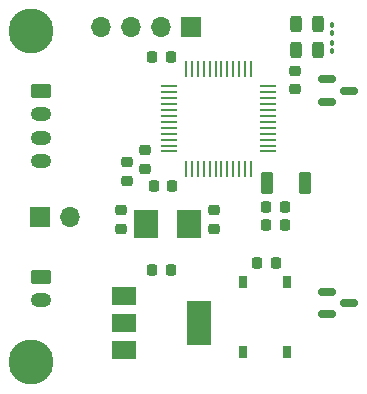
<source format=gts>
%TF.GenerationSoftware,KiCad,Pcbnew,7.0.6*%
%TF.CreationDate,2024-09-25T21:47:57-07:00*%
%TF.ProjectId,magnetic-encoder,6d61676e-6574-4696-932d-656e636f6465,0.1*%
%TF.SameCoordinates,Original*%
%TF.FileFunction,Soldermask,Top*%
%TF.FilePolarity,Negative*%
%FSLAX46Y46*%
G04 Gerber Fmt 4.6, Leading zero omitted, Abs format (unit mm)*
G04 Created by KiCad (PCBNEW 7.0.6) date 2024-09-25 21:47:57*
%MOMM*%
%LPD*%
G01*
G04 APERTURE LIST*
G04 Aperture macros list*
%AMRoundRect*
0 Rectangle with rounded corners*
0 $1 Rounding radius*
0 $2 $3 $4 $5 $6 $7 $8 $9 X,Y pos of 4 corners*
0 Add a 4 corners polygon primitive as box body*
4,1,4,$2,$3,$4,$5,$6,$7,$8,$9,$2,$3,0*
0 Add four circle primitives for the rounded corners*
1,1,$1+$1,$2,$3*
1,1,$1+$1,$4,$5*
1,1,$1+$1,$6,$7*
1,1,$1+$1,$8,$9*
0 Add four rect primitives between the rounded corners*
20,1,$1+$1,$2,$3,$4,$5,0*
20,1,$1+$1,$4,$5,$6,$7,0*
20,1,$1+$1,$6,$7,$8,$9,0*
20,1,$1+$1,$8,$9,$2,$3,0*%
G04 Aperture macros list end*
%ADD10R,1.700000X1.700000*%
%ADD11O,1.700000X1.700000*%
%ADD12C,3.800000*%
%ADD13RoundRect,0.250000X-0.625000X0.350000X-0.625000X-0.350000X0.625000X-0.350000X0.625000X0.350000X0*%
%ADD14O,1.750000X1.200000*%
%ADD15RoundRect,0.250000X0.275000X0.700000X-0.275000X0.700000X-0.275000X-0.700000X0.275000X-0.700000X0*%
%ADD16RoundRect,0.225000X0.225000X0.250000X-0.225000X0.250000X-0.225000X-0.250000X0.225000X-0.250000X0*%
%ADD17RoundRect,0.225000X-0.225000X-0.250000X0.225000X-0.250000X0.225000X0.250000X-0.225000X0.250000X0*%
%ADD18RoundRect,0.100000X-0.100000X0.130000X-0.100000X-0.130000X0.100000X-0.130000X0.100000X0.130000X0*%
%ADD19RoundRect,0.100000X0.100000X-0.130000X0.100000X0.130000X-0.100000X0.130000X-0.100000X-0.130000X0*%
%ADD20RoundRect,0.243750X0.243750X0.456250X-0.243750X0.456250X-0.243750X-0.456250X0.243750X-0.456250X0*%
%ADD21R,1.473200X0.279400*%
%ADD22R,0.279400X1.473200*%
%ADD23R,0.750000X1.000000*%
%ADD24R,2.000000X2.400000*%
%ADD25RoundRect,0.218750X-0.256250X0.218750X-0.256250X-0.218750X0.256250X-0.218750X0.256250X0.218750X0*%
%ADD26RoundRect,0.225000X-0.250000X0.225000X-0.250000X-0.225000X0.250000X-0.225000X0.250000X0.225000X0*%
%ADD27RoundRect,0.225000X0.250000X-0.225000X0.250000X0.225000X-0.250000X0.225000X-0.250000X-0.225000X0*%
%ADD28RoundRect,0.150000X-0.587500X-0.150000X0.587500X-0.150000X0.587500X0.150000X-0.587500X0.150000X0*%
%ADD29R,2.000000X1.500000*%
%ADD30R,2.000000X3.800000*%
G04 APERTURE END LIST*
D10*
%TO.C,J4*%
X62110000Y-97495000D03*
D11*
X64650000Y-97495000D03*
%TD*%
D12*
%TO.C,REF2*%
X61360000Y-109745000D03*
%TD*%
%TO.C,REF1*%
X61360000Y-81745000D03*
%TD*%
D13*
%TO.C,J2*%
X62230000Y-86745000D03*
D14*
X62230000Y-88745000D03*
X62230000Y-90745000D03*
X62230000Y-92745000D03*
%TD*%
D13*
%TO.C,J1*%
X62230000Y-102495000D03*
D14*
X62230000Y-104495000D03*
%TD*%
D15*
%TO.C,L1*%
X84506000Y-94615000D03*
X81356000Y-94615000D03*
%TD*%
D16*
%TO.C,C10*%
X82817000Y-98171000D03*
X81267000Y-98171000D03*
%TD*%
%TO.C,C9*%
X82817000Y-96647000D03*
X81267000Y-96647000D03*
%TD*%
D17*
%TO.C,C11*%
X80505000Y-101346000D03*
X82055000Y-101346000D03*
%TD*%
D18*
%TO.C,R2*%
X86833000Y-83378000D03*
X86833000Y-82738000D03*
%TD*%
D19*
%TO.C,R1*%
X86833000Y-81214000D03*
X86833000Y-81854000D03*
%TD*%
D20*
%TO.C,D2*%
X83771500Y-83312000D03*
X85646500Y-83312000D03*
%TD*%
%TO.C,D1*%
X83771500Y-81153000D03*
X85646500Y-81153000D03*
%TD*%
D11*
%TO.C,J3*%
X67310000Y-81407000D03*
X69850000Y-81407000D03*
X72390000Y-81407000D03*
D10*
X74930000Y-81407000D03*
%TD*%
D21*
%TO.C,U4*%
X72999600Y-91904000D03*
X72999600Y-91404001D03*
X72999600Y-90903999D03*
X72999600Y-90404000D03*
X72999600Y-89904001D03*
X72999600Y-89404000D03*
X72999600Y-88904000D03*
X72999600Y-88403999D03*
X72999600Y-87904000D03*
X72999600Y-87404001D03*
X72999600Y-86903999D03*
X72999600Y-86404000D03*
D22*
X74466000Y-84937600D03*
X74965999Y-84937600D03*
X75466001Y-84937600D03*
X75966000Y-84937600D03*
X76465999Y-84937600D03*
X76966000Y-84937600D03*
X77466000Y-84937600D03*
X77966001Y-84937600D03*
X78466000Y-84937600D03*
X78965999Y-84937600D03*
X79466001Y-84937600D03*
X79966000Y-84937600D03*
D21*
X81432400Y-86404000D03*
X81432400Y-86903999D03*
X81432400Y-87404001D03*
X81432400Y-87904000D03*
X81432400Y-88403999D03*
X81432400Y-88904000D03*
X81432400Y-89404000D03*
X81432400Y-89904001D03*
X81432400Y-90404000D03*
X81432400Y-90903999D03*
X81432400Y-91404001D03*
X81432400Y-91904000D03*
D22*
X79966000Y-93370400D03*
X79466001Y-93370400D03*
X78965999Y-93370400D03*
X78466000Y-93370400D03*
X77966001Y-93370400D03*
X77466000Y-93370400D03*
X76966000Y-93370400D03*
X76465999Y-93370400D03*
X75966000Y-93370400D03*
X75466001Y-93370400D03*
X74965999Y-93370400D03*
X74466000Y-93370400D03*
%TD*%
D23*
%TO.C,SW1*%
X83028000Y-102918000D03*
X83028000Y-108918000D03*
X79278000Y-102918000D03*
X79278000Y-108918000D03*
%TD*%
D24*
%TO.C,Y1*%
X71048000Y-98044000D03*
X74748000Y-98044000D03*
%TD*%
D17*
%TO.C,C8*%
X71615000Y-83947000D03*
X73165000Y-83947000D03*
%TD*%
D16*
%TO.C,C7*%
X73292000Y-94869000D03*
X71742000Y-94869000D03*
%TD*%
D25*
%TO.C,C6*%
X68961000Y-96901000D03*
X68961000Y-98476000D03*
%TD*%
D26*
%TO.C,C5*%
X83693000Y-85077000D03*
X83693000Y-86627000D03*
%TD*%
D25*
%TO.C,C4*%
X76835000Y-96875500D03*
X76835000Y-98450500D03*
%TD*%
D27*
%TO.C,C3*%
X69469000Y-94374000D03*
X69469000Y-92824000D03*
%TD*%
%TO.C,C2*%
X70993000Y-93358000D03*
X70993000Y-91808000D03*
%TD*%
D16*
%TO.C,C1*%
X71615000Y-101981000D03*
X73165000Y-101981000D03*
%TD*%
D28*
%TO.C,U3*%
X88297500Y-104745000D03*
X86422500Y-105695000D03*
X86422500Y-103795000D03*
%TD*%
D29*
%TO.C,U2*%
X69240000Y-104126000D03*
D30*
X75540000Y-106426000D03*
D29*
X69240000Y-106426000D03*
X69240000Y-108726000D03*
%TD*%
D28*
%TO.C,U1*%
X88297500Y-86745000D03*
X86422500Y-87695000D03*
X86422500Y-85795000D03*
%TD*%
M02*

</source>
